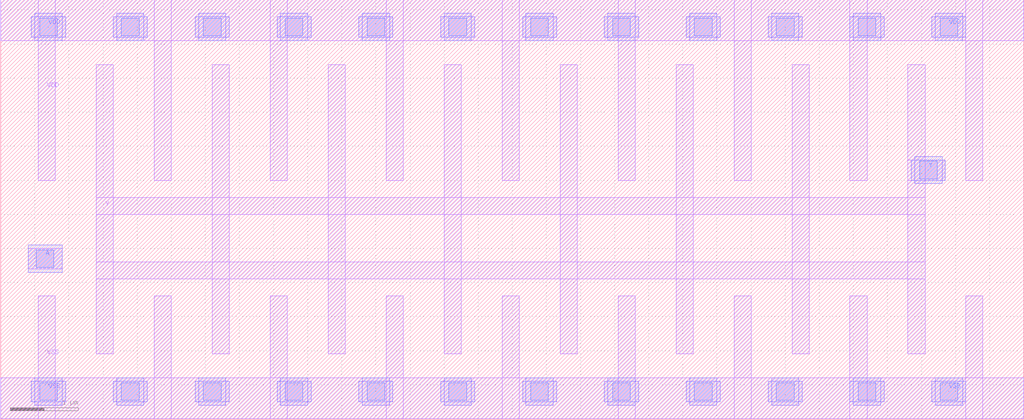
<source format=lef>
# Copyright 2022 Google LLC
# Licensed under the Apache License, Version 2.0 (the "License");
# you may not use this file except in compliance with the License.
# You may obtain a copy of the License at
#
#      http://www.apache.org/licenses/LICENSE-2.0
#
# Unless required by applicable law or agreed to in writing, software
# distributed under the License is distributed on an "AS IS" BASIS,
# WITHOUT WARRANTIES OR CONDITIONS OF ANY KIND, either express or implied.
# See the License for the specific language governing permissions and
# limitations under the License.
VERSION 5.7 ;
BUSBITCHARS "[]" ;
DIVIDERCHAR "/" ;

MACRO gf180mcu_osu_sc_9T_clkinv_16
  CLASS CORE ;
  ORIGIN 0 0 ;
  FOREIGN gf180mcu_osu_sc_9T_clkinv_16 0 0 ;
  SIZE 15 BY 6.15 ;
  SYMMETRY X Y ;
  SITE GF018hv5v_mcu_sc7 ;
  PIN A
    DIRECTION INPUT ;
    USE SIGNAL ;
    PORT
      LAYER MET1 ;
        RECT 0.4 2.2 0.9 2.5 ;
      LAYER MET2 ;
        RECT 0.4 2.15 0.9 2.55 ;
      LAYER VIA12 ;
        RECT 0.52 2.22 0.78 2.48 ;
    END
  END A
  PIN VDD
    DIRECTION INOUT ;
    USE POWER ;
    SHAPE ABUTMENT ;
    PORT
      LAYER MET1 ;
        RECT 0 5.55 15 6.15 ;
        RECT 14.15 3.5 14.4 6.15 ;
        RECT 12.45 3.5 12.7 6.15 ;
        RECT 10.75 3.5 11 6.15 ;
        RECT 9.05 3.5 9.3 6.15 ;
        RECT 7.35 3.5 7.6 6.15 ;
        RECT 5.65 3.5 5.9 6.15 ;
        RECT 3.95 3.5 4.2 6.15 ;
        RECT 2.25 3.5 2.5 6.15 ;
        RECT 0.55 3.5 0.8 6.15 ;
      LAYER MET2 ;
        RECT 13.65 5.6 14.15 5.9 ;
        RECT 13.7 5.55 14.1 5.95 ;
        RECT 12.45 5.6 12.95 5.9 ;
        RECT 12.5 5.55 12.9 5.95 ;
        RECT 11.25 5.6 11.75 5.9 ;
        RECT 11.3 5.55 11.7 5.95 ;
        RECT 10.05 5.6 10.55 5.9 ;
        RECT 10.1 5.55 10.5 5.95 ;
        RECT 8.85 5.6 9.35 5.9 ;
        RECT 8.9 5.55 9.3 5.95 ;
        RECT 7.65 5.6 8.15 5.9 ;
        RECT 7.7 5.55 8.1 5.95 ;
        RECT 6.45 5.6 6.95 5.9 ;
        RECT 6.5 5.55 6.9 5.95 ;
        RECT 5.25 5.6 5.75 5.9 ;
        RECT 5.3 5.55 5.7 5.95 ;
        RECT 4.05 5.6 4.55 5.9 ;
        RECT 4.1 5.55 4.5 5.95 ;
        RECT 2.85 5.6 3.35 5.9 ;
        RECT 2.9 5.55 3.3 5.95 ;
        RECT 1.65 5.6 2.15 5.9 ;
        RECT 1.7 5.55 2.1 5.95 ;
        RECT 0.45 5.6 0.95 5.9 ;
        RECT 0.5 5.55 0.9 5.95 ;
      LAYER VIA12 ;
        RECT 0.57 5.62 0.83 5.88 ;
        RECT 1.77 5.62 2.03 5.88 ;
        RECT 2.97 5.62 3.23 5.88 ;
        RECT 4.17 5.62 4.43 5.88 ;
        RECT 5.37 5.62 5.63 5.88 ;
        RECT 6.57 5.62 6.83 5.88 ;
        RECT 7.77 5.62 8.03 5.88 ;
        RECT 8.97 5.62 9.23 5.88 ;
        RECT 10.17 5.62 10.43 5.88 ;
        RECT 11.37 5.62 11.63 5.88 ;
        RECT 12.57 5.62 12.83 5.88 ;
        RECT 13.77 5.62 14.03 5.88 ;
    END
  END VDD
  PIN VSS
    DIRECTION INOUT ;
    USE GROUND ;
    PORT
      LAYER MET1 ;
        RECT 0 0 15 0.6 ;
        RECT 14.15 0 14.4 1.8 ;
        RECT 12.45 0 12.7 1.8 ;
        RECT 10.75 0 11 1.8 ;
        RECT 9.05 0 9.3 1.8 ;
        RECT 7.35 0 7.6 1.8 ;
        RECT 5.65 0 5.9 1.8 ;
        RECT 3.95 0 4.2 1.8 ;
        RECT 2.25 0 2.5 1.8 ;
        RECT 0.55 0 0.8 1.8 ;
      LAYER MET2 ;
        RECT 13.65 0.25 14.15 0.55 ;
        RECT 13.7 0.2 14.1 0.6 ;
        RECT 12.45 0.25 12.95 0.55 ;
        RECT 12.5 0.2 12.9 0.6 ;
        RECT 11.25 0.25 11.75 0.55 ;
        RECT 11.3 0.2 11.7 0.6 ;
        RECT 10.05 0.25 10.55 0.55 ;
        RECT 10.1 0.2 10.5 0.6 ;
        RECT 8.85 0.25 9.35 0.55 ;
        RECT 8.9 0.2 9.3 0.6 ;
        RECT 7.65 0.25 8.15 0.55 ;
        RECT 7.7 0.2 8.1 0.6 ;
        RECT 6.45 0.25 6.95 0.55 ;
        RECT 6.5 0.2 6.9 0.6 ;
        RECT 5.25 0.25 5.75 0.55 ;
        RECT 5.3 0.2 5.7 0.6 ;
        RECT 4.05 0.25 4.55 0.55 ;
        RECT 4.1 0.2 4.5 0.6 ;
        RECT 2.85 0.25 3.35 0.55 ;
        RECT 2.9 0.2 3.3 0.6 ;
        RECT 1.65 0.25 2.15 0.55 ;
        RECT 1.7 0.2 2.1 0.6 ;
        RECT 0.45 0.25 0.95 0.55 ;
        RECT 0.5 0.2 0.9 0.6 ;
      LAYER VIA12 ;
        RECT 0.57 0.27 0.83 0.53 ;
        RECT 1.77 0.27 2.03 0.53 ;
        RECT 2.97 0.27 3.23 0.53 ;
        RECT 4.17 0.27 4.43 0.53 ;
        RECT 5.37 0.27 5.63 0.53 ;
        RECT 6.57 0.27 6.83 0.53 ;
        RECT 7.77 0.27 8.03 0.53 ;
        RECT 8.97 0.27 9.23 0.53 ;
        RECT 10.17 0.27 10.43 0.53 ;
        RECT 11.37 0.27 11.63 0.53 ;
        RECT 12.57 0.27 12.83 0.53 ;
        RECT 13.77 0.27 14.03 0.53 ;
    END
  END VSS
  PIN Y
    DIRECTION OUTPUT ;
    USE SIGNAL ;
    PORT
      LAYER MET1 ;
        RECT 13.3 3.5 13.85 3.8 ;
        RECT 13.3 0.95 13.55 5.2 ;
        RECT 1.4 3 13.55 3.25 ;
        RECT 1.4 2.05 13.55 2.3 ;
        RECT 11.6 0.95 11.85 5.2 ;
        RECT 9.9 0.95 10.15 5.2 ;
        RECT 8.2 0.95 8.45 5.2 ;
        RECT 6.5 0.95 6.75 5.2 ;
        RECT 4.8 0.95 5.05 5.2 ;
        RECT 3.1 0.95 3.35 5.2 ;
        RECT 1.4 0.95 1.65 5.2 ;
      LAYER MET2 ;
        RECT 13.35 3.5 13.85 3.8 ;
        RECT 13.4 3.45 13.8 3.85 ;
      LAYER VIA12 ;
        RECT 13.47 3.52 13.73 3.78 ;
    END
  END Y
END gf180mcu_osu_sc_9T_clkinv_16

</source>
